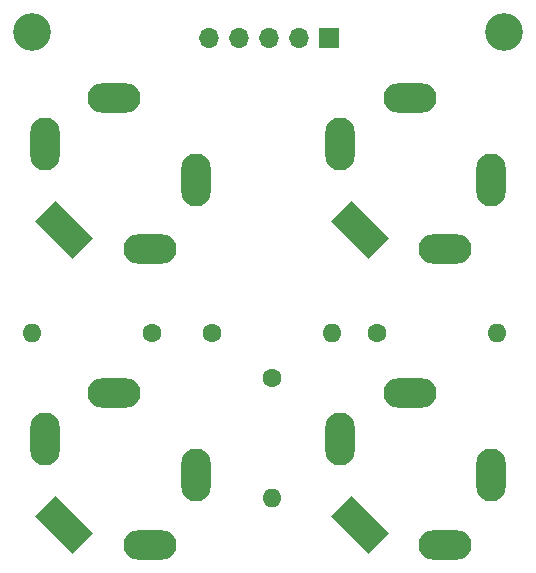
<source format=gbs>
G04 #@! TF.GenerationSoftware,KiCad,Pcbnew,6.0.5-a6ca702e91~116~ubuntu20.04.1*
G04 #@! TF.CreationDate,2022-05-18T17:07:33-04:00*
G04 #@! TF.ProjectId,vcapf_jacks,76636170-665f-46a6-9163-6b732e6b6963,rev?*
G04 #@! TF.SameCoordinates,Original*
G04 #@! TF.FileFunction,Soldermask,Bot*
G04 #@! TF.FilePolarity,Negative*
%FSLAX46Y46*%
G04 Gerber Fmt 4.6, Leading zero omitted, Abs format (unit mm)*
G04 Created by KiCad (PCBNEW 6.0.5-a6ca702e91~116~ubuntu20.04.1) date 2022-05-18 17:07:33*
%MOMM*%
%LPD*%
G01*
G04 APERTURE LIST*
G04 Aperture macros list*
%AMRotRect*
0 Rectangle, with rotation*
0 The origin of the aperture is its center*
0 $1 length*
0 $2 width*
0 $3 Rotation angle, in degrees counterclockwise*
0 Add horizontal line*
21,1,$1,$2,0,0,$3*%
G04 Aperture macros list end*
%ADD10O,2.500000X4.500001*%
%ADD11O,4.500001X2.500001*%
%ADD12RotRect,4.500001X2.500001X315.000000*%
%ADD13O,4.500000X2.500000*%
%ADD14O,2.500000X4.500000*%
%ADD15C,3.200000*%
%ADD16R,1.700000X1.700000*%
%ADD17O,1.700000X1.700000*%
%ADD18C,1.600000*%
%ADD19O,1.600000X1.600000*%
G04 APERTURE END LIST*
D10*
G04 #@! TO.C,J2*
X143899999Y-90499999D03*
D11*
X139999999Y-96399999D03*
D12*
X132759999Y-94739999D03*
D13*
X136999999Y-83599999D03*
D14*
X131099999Y-87499999D03*
G04 #@! TD*
D15*
G04 #@! TO.C,H4*
X169999999Y-77999999D03*
G04 #@! TD*
D10*
G04 #@! TO.C,J7*
X168899999Y-115499999D03*
D11*
X164999999Y-121399999D03*
D12*
X157759999Y-119739999D03*
D13*
X161999999Y-108599999D03*
D14*
X156099999Y-112499999D03*
G04 #@! TD*
D10*
G04 #@! TO.C,J3*
X168899999Y-90499999D03*
D11*
X164999999Y-96399999D03*
D12*
X157759999Y-94739999D03*
D13*
X161999999Y-83599999D03*
D14*
X156099999Y-87499999D03*
G04 #@! TD*
D15*
G04 #@! TO.C,H3*
X129999999Y-77999999D03*
G04 #@! TD*
D16*
G04 #@! TO.C,J5*
X155159999Y-78499999D03*
D17*
X152619999Y-78499999D03*
X150079999Y-78499999D03*
X147539999Y-78499999D03*
X144999999Y-78499999D03*
G04 #@! TD*
D10*
G04 #@! TO.C,J6*
X143899999Y-115499999D03*
D11*
X139999999Y-121399999D03*
D12*
X132759999Y-119739999D03*
D13*
X136999999Y-108599999D03*
D14*
X131099999Y-112499999D03*
G04 #@! TD*
D18*
G04 #@! TO.C,R2*
X150329999Y-107309999D03*
D19*
X150329999Y-117469999D03*
G04 #@! TD*
D18*
G04 #@! TO.C,R1*
X145249999Y-103499999D03*
D19*
X155409999Y-103499999D03*
G04 #@! TD*
D18*
G04 #@! TO.C,R4*
X159219999Y-103499999D03*
D19*
X169379999Y-103499999D03*
G04 #@! TD*
D18*
G04 #@! TO.C,R3*
X140169999Y-103499999D03*
D19*
X130009999Y-103499999D03*
G04 #@! TD*
M02*

</source>
